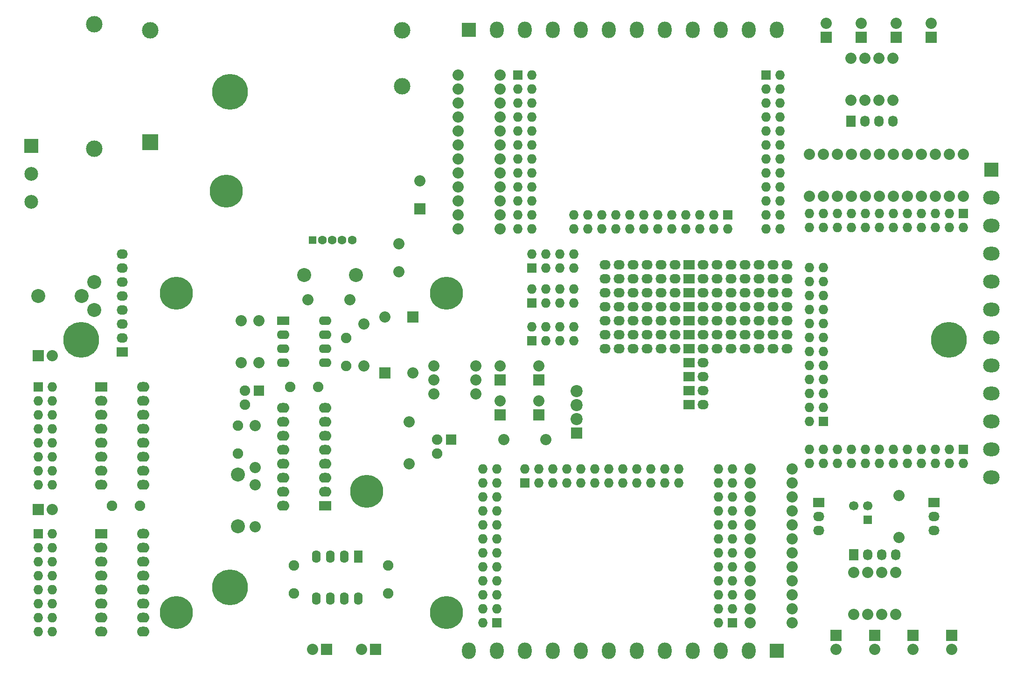
<source format=gbr>
G04 #@! TF.FileFunction,Soldermask,Bot*
%FSLAX46Y46*%
G04 Gerber Fmt 4.6, Leading zero omitted, Abs format (unit mm)*
G04 Created by KiCad (PCBNEW (2015-07-09 BZR 5913, Git 33e1797)-product) date 09/11/2015 13:51:06*
%MOMM*%
G01*
G04 APERTURE LIST*
%ADD10C,0.100000*%
%ADD11R,2.032000X2.032000*%
%ADD12C,2.032000*%
%ADD13R,1.727200X1.727200*%
%ADD14O,1.727200X1.727200*%
%ADD15C,1.905000*%
%ADD16C,2.540000*%
%ADD17R,2.100580X2.100580*%
%ADD18C,2.199640*%
%ADD19C,3.000000*%
%ADD20C,2.499360*%
%ADD21R,2.499360X2.499360*%
%ADD22C,1.600000*%
%ADD23R,1.400000X1.400000*%
%ADD24O,2.032000X2.032000*%
%ADD25R,2.032000X1.727200*%
%ADD26O,2.032000X1.727200*%
%ADD27R,1.600000X1.600000*%
%ADD28C,1.700000*%
%ADD29R,1.574800X2.286000*%
%ADD30O,1.574800X2.286000*%
%ADD31C,6.000000*%
%ADD32O,2.286000X1.778000*%
%ADD33R,2.286000X1.778000*%
%ADD34R,2.500000X2.500000*%
%ADD35O,3.000000X2.500000*%
%ADD36O,2.500000X3.000000*%
%ADD37R,1.905000X1.905000*%
%ADD38R,1.727200X2.032000*%
%ADD39O,1.727200X2.032000*%
%ADD40C,6.499860*%
%ADD41R,3.000000X3.000000*%
%ADD42R,2.286000X1.574800*%
%ADD43O,2.286000X1.574800*%
G04 APERTURE END LIST*
D10*
D11*
X220980000Y-149860000D03*
D12*
X220980000Y-152400000D03*
D13*
X202184000Y-147574000D03*
D14*
X199644000Y-147574000D03*
X202184000Y-145034000D03*
X199644000Y-145034000D03*
X202184000Y-142494000D03*
X199644000Y-142494000D03*
X202184000Y-139954000D03*
X199644000Y-139954000D03*
X202184000Y-137414000D03*
X199644000Y-137414000D03*
X202184000Y-134874000D03*
X199644000Y-134874000D03*
X202184000Y-132334000D03*
X199644000Y-132334000D03*
X202184000Y-129794000D03*
X199644000Y-129794000D03*
X202184000Y-127254000D03*
X199644000Y-127254000D03*
X202184000Y-124714000D03*
X199644000Y-124714000D03*
X202184000Y-122174000D03*
X199644000Y-122174000D03*
X202184000Y-119634000D03*
X199644000Y-119634000D03*
D13*
X164465000Y-122174000D03*
D14*
X164465000Y-119634000D03*
X167005000Y-122174000D03*
X167005000Y-119634000D03*
X169545000Y-122174000D03*
X169545000Y-119634000D03*
X172085000Y-122174000D03*
X172085000Y-119634000D03*
X174625000Y-122174000D03*
X174625000Y-119634000D03*
X177165000Y-122174000D03*
X177165000Y-119634000D03*
X179705000Y-122174000D03*
X179705000Y-119634000D03*
X182245000Y-122174000D03*
X182245000Y-119634000D03*
X184785000Y-122174000D03*
X184785000Y-119634000D03*
X187325000Y-122174000D03*
X187325000Y-119634000D03*
X189865000Y-122174000D03*
X189865000Y-119634000D03*
X192405000Y-122174000D03*
X192405000Y-119634000D03*
D12*
X212979000Y-147574000D03*
X205359000Y-147574000D03*
X212979000Y-145034000D03*
X205359000Y-145034000D03*
X212979000Y-142494000D03*
X205359000Y-142494000D03*
X212979000Y-139954000D03*
X205359000Y-139954000D03*
X212979000Y-137414000D03*
X205359000Y-137414000D03*
X212979000Y-134874000D03*
X205359000Y-134874000D03*
X212979000Y-132334000D03*
X205359000Y-132334000D03*
X212979000Y-129794000D03*
X205359000Y-129794000D03*
X212979000Y-127254000D03*
X205359000Y-127254000D03*
X212979000Y-124714000D03*
X205359000Y-124714000D03*
X212979000Y-122174000D03*
X205359000Y-122174000D03*
X212979000Y-119634000D03*
X205359000Y-119634000D03*
D13*
X159385000Y-147574000D03*
D14*
X156845000Y-147574000D03*
X159385000Y-145034000D03*
X156845000Y-145034000D03*
X159385000Y-142494000D03*
X156845000Y-142494000D03*
X159385000Y-139954000D03*
X156845000Y-139954000D03*
X159385000Y-137414000D03*
X156845000Y-137414000D03*
X159385000Y-134874000D03*
X156845000Y-134874000D03*
X159385000Y-132334000D03*
X156845000Y-132334000D03*
X159385000Y-129794000D03*
X156845000Y-129794000D03*
X159385000Y-127254000D03*
X156845000Y-127254000D03*
X159385000Y-124714000D03*
X156845000Y-124714000D03*
X159385000Y-122174000D03*
X156845000Y-122174000D03*
X159385000Y-119634000D03*
X156845000Y-119634000D03*
D15*
X112395000Y-111760000D03*
X112395000Y-116840000D03*
D11*
X139065000Y-102235000D03*
D12*
X144145000Y-102235000D03*
D15*
X122555000Y-137160000D03*
X122555000Y-142240000D03*
X89535000Y-126365000D03*
X94615000Y-126365000D03*
D16*
X124460000Y-84455000D03*
X133858000Y-84455000D03*
D17*
X173863000Y-113157000D03*
D18*
X173863000Y-110617000D03*
X173863000Y-108077000D03*
X173863000Y-105537000D03*
D12*
X232410000Y-124460000D03*
X232410000Y-132080000D03*
X115570000Y-111760000D03*
X115570000Y-119380000D03*
X115570000Y-122555000D03*
X115570000Y-130175000D03*
X116205000Y-100330000D03*
X116205000Y-92710000D03*
X113030000Y-92710000D03*
X113030000Y-100330000D03*
X168275000Y-114300000D03*
X160655000Y-114300000D03*
X143510000Y-111125000D03*
X143510000Y-118745000D03*
X125095000Y-88900000D03*
X132715000Y-88900000D03*
X135255000Y-93345000D03*
X135255000Y-100965000D03*
X147955000Y-100965000D03*
X155575000Y-100965000D03*
X231775000Y-138430000D03*
X231775000Y-146050000D03*
X229235000Y-138430000D03*
X229235000Y-146050000D03*
X226695000Y-138430000D03*
X226695000Y-146050000D03*
X224155000Y-138430000D03*
X224155000Y-146050000D03*
X231267000Y-52705000D03*
X231267000Y-45085000D03*
X228727000Y-52705000D03*
X228727000Y-45085000D03*
X226187000Y-52705000D03*
X226187000Y-45085000D03*
X223647000Y-52705000D03*
X223647000Y-45085000D03*
X216154000Y-62484000D03*
X216154000Y-70104000D03*
X218694000Y-62484000D03*
X218694000Y-70104000D03*
X221234000Y-62484000D03*
X221234000Y-70104000D03*
X223774000Y-62484000D03*
X223774000Y-70104000D03*
X226314000Y-62484000D03*
X226314000Y-70104000D03*
X228854000Y-62484000D03*
X228854000Y-70104000D03*
X231394000Y-62484000D03*
X231394000Y-70104000D03*
X233934000Y-62484000D03*
X233934000Y-70104000D03*
X236474000Y-62484000D03*
X236474000Y-70104000D03*
X239014000Y-62484000D03*
X239014000Y-70104000D03*
X241554000Y-62484000D03*
X241554000Y-70104000D03*
X244094000Y-62484000D03*
X244094000Y-70104000D03*
D19*
X86360000Y-61465000D03*
X86360000Y-38865000D03*
D13*
X201295000Y-73533000D03*
D14*
X201295000Y-76073000D03*
X198755000Y-73533000D03*
X198755000Y-76073000D03*
X196215000Y-73533000D03*
X196215000Y-76073000D03*
X193675000Y-73533000D03*
X193675000Y-76073000D03*
X191135000Y-73533000D03*
X191135000Y-76073000D03*
X188595000Y-73533000D03*
X188595000Y-76073000D03*
X186055000Y-73533000D03*
X186055000Y-76073000D03*
X183515000Y-73533000D03*
X183515000Y-76073000D03*
X180975000Y-73533000D03*
X180975000Y-76073000D03*
X178435000Y-73533000D03*
X178435000Y-76073000D03*
X175895000Y-73533000D03*
X175895000Y-76073000D03*
X173355000Y-73533000D03*
X173355000Y-76073000D03*
D13*
X163195000Y-48133000D03*
D14*
X165735000Y-48133000D03*
X163195000Y-50673000D03*
X165735000Y-50673000D03*
X163195000Y-53213000D03*
X165735000Y-53213000D03*
X163195000Y-55753000D03*
X165735000Y-55753000D03*
X163195000Y-58293000D03*
X165735000Y-58293000D03*
X163195000Y-60833000D03*
X165735000Y-60833000D03*
X163195000Y-63373000D03*
X165735000Y-63373000D03*
X163195000Y-65913000D03*
X165735000Y-65913000D03*
X163195000Y-68453000D03*
X165735000Y-68453000D03*
X163195000Y-70993000D03*
X165735000Y-70993000D03*
X163195000Y-73533000D03*
X165735000Y-73533000D03*
X163195000Y-76073000D03*
X165735000Y-76073000D03*
D13*
X208280000Y-48133000D03*
D14*
X210820000Y-48133000D03*
X208280000Y-50673000D03*
X210820000Y-50673000D03*
X208280000Y-53213000D03*
X210820000Y-53213000D03*
X208280000Y-55753000D03*
X210820000Y-55753000D03*
X208280000Y-58293000D03*
X210820000Y-58293000D03*
X208280000Y-60833000D03*
X210820000Y-60833000D03*
X208280000Y-63373000D03*
X210820000Y-63373000D03*
X208280000Y-65913000D03*
X210820000Y-65913000D03*
X208280000Y-68453000D03*
X210820000Y-68453000D03*
X208280000Y-70993000D03*
X210820000Y-70993000D03*
X208280000Y-73533000D03*
X210820000Y-73533000D03*
X208280000Y-76073000D03*
X210820000Y-76073000D03*
D12*
X152400000Y-76073000D03*
X160020000Y-76073000D03*
X152400000Y-73533000D03*
X160020000Y-73533000D03*
X152400000Y-70993000D03*
X160020000Y-70993000D03*
X152400000Y-68453000D03*
X160020000Y-68453000D03*
X152400000Y-65913000D03*
X160020000Y-65913000D03*
X152400000Y-63373000D03*
X160020000Y-63373000D03*
X152400000Y-60833000D03*
X160020000Y-60833000D03*
X152400000Y-58293000D03*
X160020000Y-58293000D03*
X152400000Y-55753000D03*
X160020000Y-55753000D03*
X152400000Y-53213000D03*
X160020000Y-53213000D03*
X152400000Y-50673000D03*
X160020000Y-50673000D03*
X152400000Y-48133000D03*
X160020000Y-48133000D03*
D11*
X145415000Y-72390000D03*
D12*
X145415000Y-67310000D03*
D11*
X144145000Y-92075000D03*
D12*
X139065000Y-92075000D03*
D15*
X127000000Y-104775000D03*
X121920000Y-104775000D03*
X132080000Y-100965000D03*
X132080000Y-95885000D03*
D16*
X112395000Y-120650000D03*
X112395000Y-130048000D03*
D20*
X74930000Y-71120000D03*
D21*
X74930000Y-60960000D03*
D20*
X74930000Y-66040000D03*
D13*
X218694000Y-110998000D03*
D14*
X216154000Y-110998000D03*
X218694000Y-108458000D03*
X216154000Y-108458000D03*
X218694000Y-105918000D03*
X216154000Y-105918000D03*
X218694000Y-103378000D03*
X216154000Y-103378000D03*
X218694000Y-100838000D03*
X216154000Y-100838000D03*
X218694000Y-98298000D03*
X216154000Y-98298000D03*
X218694000Y-95758000D03*
X216154000Y-95758000D03*
X218694000Y-93218000D03*
X216154000Y-93218000D03*
X218694000Y-90678000D03*
X216154000Y-90678000D03*
X218694000Y-88138000D03*
X216154000Y-88138000D03*
X218694000Y-85598000D03*
X216154000Y-85598000D03*
X218694000Y-83058000D03*
X216154000Y-83058000D03*
D13*
X244094000Y-73279000D03*
D14*
X244094000Y-75819000D03*
X241554000Y-73279000D03*
X241554000Y-75819000D03*
X239014000Y-73279000D03*
X239014000Y-75819000D03*
X236474000Y-73279000D03*
X236474000Y-75819000D03*
X233934000Y-73279000D03*
X233934000Y-75819000D03*
X231394000Y-73279000D03*
X231394000Y-75819000D03*
X228854000Y-73279000D03*
X228854000Y-75819000D03*
X226314000Y-73279000D03*
X226314000Y-75819000D03*
X223774000Y-73279000D03*
X223774000Y-75819000D03*
X221234000Y-73279000D03*
X221234000Y-75819000D03*
X218694000Y-73279000D03*
X218694000Y-75819000D03*
X216154000Y-73279000D03*
X216154000Y-75819000D03*
D13*
X244094000Y-116078000D03*
D14*
X244094000Y-118618000D03*
X241554000Y-116078000D03*
X241554000Y-118618000D03*
X239014000Y-116078000D03*
X239014000Y-118618000D03*
X236474000Y-116078000D03*
X236474000Y-118618000D03*
X233934000Y-116078000D03*
X233934000Y-118618000D03*
X231394000Y-116078000D03*
X231394000Y-118618000D03*
X228854000Y-116078000D03*
X228854000Y-118618000D03*
X226314000Y-116078000D03*
X226314000Y-118618000D03*
X223774000Y-116078000D03*
X223774000Y-118618000D03*
X221234000Y-116078000D03*
X221234000Y-118618000D03*
X218694000Y-116078000D03*
X218694000Y-118618000D03*
X216154000Y-116078000D03*
X216154000Y-118618000D03*
D22*
X127740000Y-78105000D03*
X129540000Y-78105000D03*
D23*
X125940000Y-78105000D03*
D22*
X131340000Y-78105000D03*
X133140000Y-78105000D03*
D13*
X165735000Y-83185000D03*
D14*
X165735000Y-80645000D03*
X168275000Y-83185000D03*
X168275000Y-80645000D03*
X170815000Y-83185000D03*
X170815000Y-80645000D03*
X173355000Y-83185000D03*
X173355000Y-80645000D03*
D13*
X165735000Y-89535000D03*
D14*
X165735000Y-86995000D03*
X168275000Y-89535000D03*
X168275000Y-86995000D03*
X170815000Y-89535000D03*
X170815000Y-86995000D03*
X173355000Y-89535000D03*
X173355000Y-86995000D03*
D13*
X165735000Y-96393000D03*
D14*
X165735000Y-93853000D03*
X168275000Y-96393000D03*
X168275000Y-93853000D03*
X170815000Y-96393000D03*
X170815000Y-93853000D03*
X173355000Y-96393000D03*
X173355000Y-93853000D03*
D13*
X76200000Y-104775000D03*
D14*
X78740000Y-104775000D03*
X76200000Y-107315000D03*
X78740000Y-107315000D03*
X76200000Y-109855000D03*
X78740000Y-109855000D03*
X76200000Y-112395000D03*
X78740000Y-112395000D03*
X76200000Y-114935000D03*
X78740000Y-114935000D03*
X76200000Y-117475000D03*
X78740000Y-117475000D03*
X76200000Y-120015000D03*
X78740000Y-120015000D03*
X76200000Y-122555000D03*
X78740000Y-122555000D03*
D13*
X76200000Y-131445000D03*
D14*
X78740000Y-131445000D03*
X76200000Y-133985000D03*
X78740000Y-133985000D03*
X76200000Y-136525000D03*
X78740000Y-136525000D03*
X76200000Y-139065000D03*
X78740000Y-139065000D03*
X76200000Y-141605000D03*
X78740000Y-141605000D03*
X76200000Y-144145000D03*
X78740000Y-144145000D03*
X76200000Y-146685000D03*
X78740000Y-146685000D03*
X76200000Y-149225000D03*
X78740000Y-149225000D03*
D11*
X76200000Y-127000000D03*
D24*
X78740000Y-127000000D03*
D11*
X76200000Y-99060000D03*
D24*
X78740000Y-99060000D03*
D25*
X217805000Y-125730000D03*
D26*
X217805000Y-128270000D03*
X217805000Y-130810000D03*
D25*
X238760000Y-125730000D03*
D26*
X238760000Y-128270000D03*
X238760000Y-130810000D03*
D27*
X226695000Y-128905000D03*
D28*
X226695000Y-126365000D03*
X224155000Y-126365000D03*
D15*
X139700000Y-137160000D03*
X139700000Y-142240000D03*
D25*
X91440000Y-98425000D03*
D26*
X91440000Y-95885000D03*
X91440000Y-93345000D03*
X91440000Y-90805000D03*
X91440000Y-88265000D03*
X91440000Y-85725000D03*
X91440000Y-83185000D03*
X91440000Y-80645000D03*
D29*
X134302500Y-135572500D03*
D30*
X131762500Y-135572500D03*
X129222500Y-135572500D03*
X126682500Y-135572500D03*
X126682500Y-143192500D03*
X129222500Y-143192500D03*
X131762500Y-143192500D03*
X134302500Y-143192500D03*
D11*
X137414000Y-152400000D03*
D24*
X134874000Y-152400000D03*
D11*
X128524000Y-152400000D03*
D24*
X125984000Y-152400000D03*
D31*
X101290000Y-87725000D03*
X150290000Y-87725000D03*
X150290000Y-145725000D03*
X110290000Y-69225000D03*
X101290000Y-145725000D03*
X135790000Y-123725000D03*
D32*
X95250000Y-131445000D03*
X95250000Y-133985000D03*
D33*
X87630000Y-131445000D03*
D32*
X87630000Y-133985000D03*
X87630000Y-136525000D03*
X87630000Y-139065000D03*
X87630000Y-141605000D03*
X87630000Y-144145000D03*
X87630000Y-146685000D03*
X87630000Y-149225000D03*
X95250000Y-149225000D03*
X95250000Y-146685000D03*
X95250000Y-144145000D03*
X95250000Y-141605000D03*
X95250000Y-139065000D03*
X95250000Y-136525000D03*
D26*
X196850000Y-105410000D03*
X196850000Y-107950000D03*
D25*
X194310000Y-107950000D03*
X194310000Y-105410000D03*
X194310000Y-82550000D03*
X194310000Y-85090000D03*
D26*
X196850000Y-85090000D03*
X196850000Y-82550000D03*
X179070000Y-97790000D03*
X179070000Y-95250000D03*
X179070000Y-92710000D03*
X179070000Y-90170000D03*
X179070000Y-87630000D03*
X179070000Y-85090000D03*
X179070000Y-82550000D03*
X181610000Y-82550000D03*
X181610000Y-85090000D03*
X181610000Y-87630000D03*
X181610000Y-90170000D03*
X181610000Y-92710000D03*
X181610000Y-95250000D03*
X181610000Y-97790000D03*
X186690000Y-97790000D03*
X186690000Y-95250000D03*
X186690000Y-92710000D03*
X186690000Y-90170000D03*
X186690000Y-87630000D03*
X186690000Y-85090000D03*
X186690000Y-82550000D03*
X184150000Y-82550000D03*
X184150000Y-85090000D03*
X184150000Y-87630000D03*
X184150000Y-90170000D03*
X184150000Y-92710000D03*
X184150000Y-95250000D03*
X184150000Y-97790000D03*
X189230000Y-97790000D03*
X189230000Y-95250000D03*
X189230000Y-92710000D03*
X189230000Y-90170000D03*
X189230000Y-87630000D03*
X189230000Y-85090000D03*
X189230000Y-82550000D03*
X212090000Y-82550000D03*
X212090000Y-85090000D03*
X212090000Y-87630000D03*
X212090000Y-90170000D03*
X212090000Y-92710000D03*
X212090000Y-95250000D03*
X212090000Y-97790000D03*
X209550000Y-97790000D03*
X209550000Y-95250000D03*
X209550000Y-92710000D03*
X209550000Y-90170000D03*
X209550000Y-87630000D03*
X209550000Y-85090000D03*
X209550000Y-82550000D03*
X204470000Y-82550000D03*
X204470000Y-85090000D03*
X204470000Y-87630000D03*
X204470000Y-90170000D03*
X204470000Y-92710000D03*
X204470000Y-95250000D03*
X204470000Y-97790000D03*
X207010000Y-97790000D03*
X207010000Y-95250000D03*
X207010000Y-92710000D03*
X207010000Y-90170000D03*
X207010000Y-87630000D03*
X207010000Y-85090000D03*
X207010000Y-82550000D03*
X201930000Y-82550000D03*
X201930000Y-85090000D03*
X201930000Y-87630000D03*
X201930000Y-90170000D03*
X201930000Y-92710000D03*
X201930000Y-95250000D03*
X201930000Y-97790000D03*
X196850000Y-87630000D03*
X196850000Y-90170000D03*
X196850000Y-95250000D03*
X196850000Y-92710000D03*
X196850000Y-102870000D03*
X196850000Y-100330000D03*
D25*
X194310000Y-97790000D03*
X194310000Y-100330000D03*
X194310000Y-102870000D03*
X194310000Y-92710000D03*
X194310000Y-95250000D03*
X194310000Y-90170000D03*
X194310000Y-87630000D03*
D26*
X196850000Y-97790000D03*
X191770000Y-82550000D03*
X191770000Y-85090000D03*
X191770000Y-87630000D03*
X191770000Y-90170000D03*
X191770000Y-92710000D03*
X191770000Y-95250000D03*
X191770000Y-97790000D03*
X199390000Y-97790000D03*
X199390000Y-95250000D03*
X199390000Y-92710000D03*
X199390000Y-90170000D03*
X199390000Y-87630000D03*
X199390000Y-85090000D03*
X199390000Y-82550000D03*
D32*
X95250000Y-104775000D03*
X95250000Y-107315000D03*
D33*
X87630000Y-104775000D03*
D32*
X87630000Y-107315000D03*
X87630000Y-109855000D03*
X87630000Y-112395000D03*
X87630000Y-114935000D03*
X87630000Y-117475000D03*
X87630000Y-120015000D03*
X87630000Y-122555000D03*
X95250000Y-122555000D03*
X95250000Y-120015000D03*
X95250000Y-117475000D03*
X95250000Y-114935000D03*
X95250000Y-112395000D03*
X95250000Y-109855000D03*
D34*
X249174000Y-65278000D03*
D35*
X249174000Y-70358000D03*
X249174000Y-75438000D03*
X249174000Y-80518000D03*
X249174000Y-85598000D03*
X249174000Y-90678000D03*
X249174000Y-95758000D03*
X249174000Y-100838000D03*
X249174000Y-105918000D03*
X249174000Y-110998000D03*
X249174000Y-116078000D03*
X249174000Y-121158000D03*
D34*
X210185000Y-152654000D03*
D36*
X205105000Y-152654000D03*
X200025000Y-152654000D03*
X194945000Y-152654000D03*
X189865000Y-152654000D03*
X184785000Y-152654000D03*
X179705000Y-152654000D03*
X174625000Y-152654000D03*
X169545000Y-152654000D03*
X164465000Y-152654000D03*
X159385000Y-152654000D03*
X154305000Y-152654000D03*
D34*
X154305000Y-39878000D03*
D36*
X159385000Y-39878000D03*
X164465000Y-39878000D03*
X169545000Y-39878000D03*
X174625000Y-39878000D03*
X179705000Y-39878000D03*
X184785000Y-39878000D03*
X189865000Y-39878000D03*
X194945000Y-39878000D03*
X200025000Y-39878000D03*
X205105000Y-39878000D03*
X210185000Y-39878000D03*
D37*
X151130000Y-114300000D03*
D15*
X148590000Y-114300000D03*
X148590000Y-116840000D03*
D37*
X116205000Y-105410000D03*
D15*
X113665000Y-105410000D03*
X113665000Y-107950000D03*
D12*
X147955000Y-103505000D03*
X155575000Y-103505000D03*
X147955000Y-106045000D03*
X155575000Y-106045000D03*
D16*
X86360000Y-90805000D03*
X76200000Y-88265000D03*
X86360000Y-85725000D03*
X84074000Y-88265000D03*
D32*
X120650000Y-126365000D03*
X120650000Y-123825000D03*
D33*
X128270000Y-126365000D03*
D32*
X128270000Y-123825000D03*
X128270000Y-121285000D03*
X128270000Y-118745000D03*
X128270000Y-116205000D03*
X128270000Y-113665000D03*
X128270000Y-111125000D03*
X128270000Y-108585000D03*
X120650000Y-108585000D03*
X120650000Y-111125000D03*
X120650000Y-113665000D03*
X120650000Y-116205000D03*
X120650000Y-118745000D03*
X120650000Y-121285000D03*
D38*
X223647000Y-56515000D03*
D39*
X226187000Y-56515000D03*
X228727000Y-56515000D03*
X231267000Y-56515000D03*
D38*
X224155000Y-135255000D03*
D39*
X226695000Y-135255000D03*
X229235000Y-135255000D03*
X231775000Y-135255000D03*
D40*
X241480000Y-96195000D03*
X110980000Y-141195000D03*
X83980000Y-96195000D03*
X110980000Y-51195000D03*
D19*
X142240000Y-50165000D03*
D41*
X96520000Y-60325000D03*
D19*
X142240000Y-40005000D03*
X96520000Y-40005000D03*
D42*
X120650000Y-92710000D03*
D43*
X120650000Y-95250000D03*
X120650000Y-97790000D03*
X120650000Y-100330000D03*
X128270000Y-100330000D03*
X128270000Y-97790000D03*
X128270000Y-95250000D03*
X128270000Y-92710000D03*
D12*
X141605000Y-83820000D03*
X141605000Y-78740000D03*
D11*
X160020000Y-109855000D03*
D12*
X160020000Y-107315000D03*
D11*
X167005000Y-103505000D03*
D12*
X167005000Y-100965000D03*
D11*
X160020000Y-103505000D03*
D12*
X160020000Y-100965000D03*
D11*
X219202000Y-41275000D03*
D12*
X219202000Y-38735000D03*
D11*
X225552000Y-41275000D03*
D12*
X225552000Y-38735000D03*
D11*
X231902000Y-41275000D03*
D12*
X231902000Y-38735000D03*
D11*
X238252000Y-41275000D03*
D12*
X238252000Y-38735000D03*
D11*
X227965000Y-149860000D03*
D12*
X227965000Y-152400000D03*
D11*
X234950000Y-149860000D03*
D12*
X234950000Y-152400000D03*
D11*
X241935000Y-149860000D03*
D12*
X241935000Y-152400000D03*
D11*
X167005000Y-109855000D03*
D12*
X167005000Y-107315000D03*
M02*

</source>
